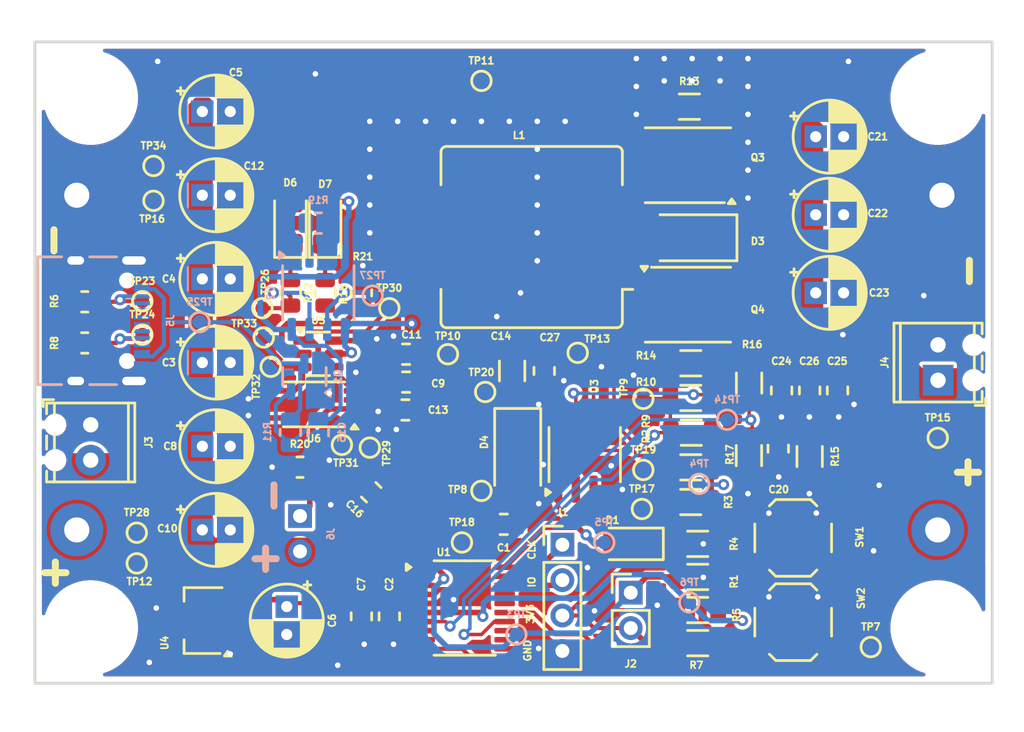
<source format=kicad_pcb>
(kicad_pcb (version 20221018) (generator pcbnew)
  (layers (0 "F.Cu" signal) (31 "B.Cu" signal) (34 "B.Paste" user) (35 "F.Paste" user) (36 "B.SilkS" user "B.Silkscreen") (37 "F.SilkS" user "F.Silkscreen") (38 "B.Mask" user) (39 "F.Mask" user) (44 "Edge.Cuts" user))
  (net 0 "")
  (net 1 "BAT_N")
  (net 2 "Net-(D1-K)")
  (net 3 "Net-(D4-K)")
  (net 4 "FEEDBACK")
  (net 5 "+3V3")
  (net 6 "LED")
  (net 7 "SWDCLK")
  (net 8 "SWDIO")
  (net 9 "ENABLE")
  (net 10 "Net-(Q3-G)")
  (net 11 "Net-(Q4-G)")
  (net 12 "LOW_SIDE_FET")
  (net 13 "HIGH_SIDE_FET")
  (net 14 "GATE_DRIVER_IN")
  (net 15 "BOOST_SWITCH_NODE")
  (net 16 "GATE_DRIVER_SHUTDOWN")
  (net 17 "Net-(U1-PB0{slash}PB1{slash}PB2{slash}PA8)")
  (net 18 "Net-(U1-NRST)")
  (net 19 "OUTPUT_VOLTAGE")
  (net 20 "MODE_SELECT")
  (net 21 "Net-(U1-PA7)")
  (net 31 "VUSB")
  (net 32 "BAT_P")
  (net 33 "Net-(J6-Pin_1)")
  (net 34 "Net-(D6-K)")
  (net 35 "Net-(D7-K)")
  (net 36 "VBUS_RAW")
  (net 37 "CC1")
  (net 39 "CC2")
  (net 41 "Net-(U2-~{CHRG})")
  (net 42 "Net-(U2-~{STDBY})")
  (net 43 "Net-(U2-PROG)")
  (net 44 "Net-(U5-VM)")
  (net 45 "Net-(U5-OD)")
  (net 46 "Net-(TP31-Pad1)")
  (net 47 "Net-(U5-OC)")
  (footprint "Button_Switch_SMD:SW_SPST_TL3342" (layer "F.Cu") (at 139.34 78.575)
    (fp_text reference "SW1")
    (fp_text value "SW_Push" hide)
  )
  (footprint "MountingHole:MountingHole_3.2mm_M3" (layer "F.Cu") (at 89 47)
    (fp_text reference "H1" hide)
    (fp_text value "MountingHole" hide)
  )
  (footprint "Capacitor_THT:CP_Radial_D5.0mm_P2.00mm" (layer "F.Cu") (at 140.955113 55.4)
    (fp_text reference "C22")
    (fp_text value "220uF" hide)
  )
  (footprint "Resistor_SMD:R_1206_3216Metric" (layer "F.Cu") (at 132.5 83.746666 180)
    (fp_text reference "R5")
    (fp_text value "10K" hide)
  )
  (footprint "TestPoint:TestPoint_Pad_D1.0mm" (layer "F.Cu") (at 110.4 62.1)
    (fp_text reference "TP30")
    (fp_text value "TestPoint" hide)
  )
  (footprint "Capacitor_SMD:C_0805_2012Metric" (layer "F.Cu") (at 138.51 68 -90)
    (fp_text reference "C24")
    (fp_text value "10nF" hide)
  )
  (footprint "Resistor_SMD:R_1206_3216Metric" (layer "F.Cu") (at 132 76)
    (fp_text reference "R3")
    (fp_text value "0R" hide)
  )
  (footprint "TestPoint:TestPoint_Pad_D1.0mm" (layer "F.Cu") (at 101.3 62.1)
    (fp_text reference "TP26")
    (fp_text value "TestPoint" hide)
  )
  (footprint "TestPoint:TestPoint_Pad_D1.0mm" (layer "F.Cu") (at 149.7 71.4)
    (fp_text reference "TP15")
    (fp_text value "TestPoint" hide)
  )
  (footprint "Capacitor_SMD:C_0805_2012Metric" (layer "F.Cu") (at 109.1 75.3 135)
    (fp_text reference "C16")
    (fp_text value "100nF" hide)
  )
  (footprint "Package_SO:TSSOP-20_4.4x6.5mm_P0.65mm" (layer "F.Cu") (at 115.8 83.6)
    (fp_text reference "U1")
    (fp_text value "STM32G030F6Px" hide)
  )
  (footprint "TestPoint:TestPoint_Pad_D1.0mm" (layer "F.Cu") (at 93.5 54.4)
    (fp_text reference "TP16")
    (fp_text value "TestPoint" hide)
  )
  (footprint "Capacitor_THT:CP_Radial_D5.0mm_P2.00mm" (layer "F.Cu") (at 97 54)
    (fp_text reference "C12")
    (fp_text value "220uF" hide)
  )
  (footprint "TestPoint:TestPoint_Pad_D1.0mm" (layer "F.Cu") (at 128.6 68.6)
    (fp_text reference "TP9")
    (fp_text value "TestPoint" hide)
  )
  (footprint "MountingHole:MountingHole_2.2mm_M2_DIN965_Pad" (layer "F.Cu") (at 88 78)
    (fp_text reference "H5" hide)
    (fp_text value "MountingHole_Pad" hide)
  )
  (footprint "Resistor_SMD:R_1206_3216Metric" (layer "F.Cu") (at 132 68.5375 180)
    (fp_text reference "R10")
    (fp_text value "0R" hide)
  )
  (footprint "Resistor_SMD:R_0805_2012Metric" (layer "F.Cu") (at 108.4 61 90)
    (fp_text reference "R21")
    (fp_text value "1K" hide)
  )
  (footprint "Capacitor_SMD:C_1206_3216Metric" (layer "F.Cu") (at 119.2 66.6 90)
    (fp_text reference "C14")
    (fp_text value "10nF" hide)
  )
  (footprint "TestPoint:TestPoint_Pad_D1.0mm" (layer "F.Cu") (at 92.7 64)
    (fp_text reference "TP24")
    (fp_text value "TestPoint" hide)
  )
  (footprint "TerminalBlock_Phoenix:TerminalBlock_Phoenix_MPT-0,5-2-2.54_1x02_P2.54mm_Horizontal" (layer "F.Cu") (at 149.72 67.27 90)
    (fp_text reference "J4")
    (fp_text value "battery_connector" hide)
  )
  (footprint "TestPoint:TestPoint_Pad_D1.0mm" (layer "F.Cu") (at 115.6 78.9)
    (fp_text reference "TP18")
    (fp_text value "TestPoint" hide)
  )
  (footprint "Resistor_SMD:R_0805_2012Metric" (layer "F.Cu") (at 105.8 61 -90)
    (fp_text reference "R18")
    (fp_text value "1K" hide)
  )
  (footprint "TerminalBlock_Phoenix:TerminalBlock_Phoenix_MPT-0,5-2-2.54_1x02_P2.54mm_Horizontal" (layer "F.Cu") (at 89 70.46 -90)
    (fp_text reference "J3")
    (fp_text value "battery_connector" hide)
  )
  (footprint "MountingHole:MountingHole_3.2mm_M3" (layer "F.Cu") (at 89 85)
    (fp_text reference "H2" hide)
    (fp_text value "MountingHole" hide)
  )
  (footprint "Diode_SMD:D_SMA" (layer "F.Cu") (at 119.6 72.8 -90)
    (fp_text reference "D4")
    (fp_text value "SS34BF" hide)
  )
  (footprint "Resistor_SMD:R_1206_3216Metric" (layer "F.Cu") (at 132.5 79 180)
    (fp_text reference "R4")
    (fp_text value "220R" hide)
  )
  (footprint "Resistor_SMD:R_1206_3216Metric" (layer "F.Cu") (at 131.9 47.65)
    (fp_text reference "R13")
    (fp_text value "R" hide)
  )
  (footprint "Package_TO_SOT_SMD:TDSON-8-1" (layer "F.Cu") (at 131.8 51.85 180)
    (fp_text reference "Q3")
    (fp_text value "CSD16403Q5A" hide)
  )
  (footprint "Capacitor_THT:CP_Radial_D5.0mm_P2.00mm" (layer "F.Cu") (at 97 60)
    (fp_text reference "C4")
    (fp_text value "220uF" hide)
  )
  (footprint "Package_TO_SOT_SMD:SOT-89-3" (layer "F.Cu") (at 97.05 84.5 180)
    (fp_text reference "U4")
    (fp_text value "HT7333" hide)
  )
  (footprint "Capacitor_SMD:C_0805_2012Metric" (layer "F.Cu") (at 111.6 67.4 180)
    (fp_text reference "C9")
    (fp_text value "10nF" hide)
  )
  (footprint "Resistor_SMD:R_1206_3216Metric" (layer "F.Cu") (at 132 73.5125)
    (fp_text reference "R2")
    (fp_text value "0R" hide)
  )
  (footprint "Resistor_SMD:R_1206_3216Metric" (layer "F.Cu") (at 132.5 81.373333 180)
    (fp_text reference "R1")
    (fp_text value "10K" hide)
  )
  (footprint "Resistor_SMD:R_0805_2012Metric" (layer "F.Cu") (at 103.3125 61 -90)
    (fp_text reference "R12")
    (fp_text value "1K" hide)
  )
  (footprint "Package_SO:TSSOP-8_4.4x3mm_P0.65mm" (layer "F.Cu") (at 105 69 180)
    (fp_text reference "U6")
    (fp_text value "8205A" hide)
  )
  (footprint "Resistor_SMD:R_1206_3216Metric" (layer "F.Cu") (at 132.5 86.12 180)
    (fp_text reference "R7")
    (fp_text value "10K" hide)
  )
  (footprint "TestPoint:TestPoint_Pad_D1.0mm" (layer "F.Cu") (at 107 71.9)
    (fp_text reference "TP31")
    (fp_text value "TestPoint" hide)
  )
  (footprint "TestPoint:TestPoint_Pad_D1.0mm" (layer "F.Cu") (at 128.5 76.5)
    (fp_text reference "TP17")
    (fp_text value "TestPoint" hide)
  )
  (footprint "MountingHole:MountingHole_2.2mm_M2_DIN965_Pad" (layer "F.Cu") (at 149.7 78 180)
    (fp_text reference "H8" hide)
    (fp_text value "MountingHole_Pad" hide)
  )
  (footprint "TestPoint:TestPoint_Pad_D1.0mm" (layer "F.Cu") (at 92.3 80.4)
    (fp_text reference "TP12")
    (fp_text value "TestPoint" hide)
  )
  (footprint "Capacitor_SMD:C_0805_2012Metric" (layer "F.Cu") (at 142.52 68 -90)
    (fp_text reference "C25")
    (fp_text value "10nF" hide)
  )
  (footprint "MountingHole:MountingHole_3.2mm_M3" (layer "F.Cu") (at 149.7 85)
    (fp_text reference "H3" hide)
    (fp_text value "MountingHole" hide)
  )
  (footprint "Resistor_SMD:R_0805_2012Metric" (layer "F.Cu") (at 88.572507 64.593449 180)
    (fp_text reference "R8")
    (fp_text value "5.1K" hide)
  )
  (footprint "Capacitor_THT:CP_Radial_D5.0mm_P2.00mm" (layer "F.Cu") (at 103.05 83.5 -90)
    (fp_text reference "C6")
    (fp_text value "220uF" hide)
  )
  (footprint "Capacitor_SMD:C_0805_2012Metric" (layer "F.Cu") (at 108.4 84.2 -90)
    (fp_text reference "C7")
    (fp_text value "10nF" hide)
  )
  (footprint "Capacitor_THT:CP_Radial_D5.0mm_P2.00mm" (layer "F.Cu") (at 97 72)
    (fp_text reference "C8")
    (fp_text value "220uF" hide)
  )
  (footprint "Resistor_SMD:R_1206_3216Metric" (layer "F.Cu") (at 132 66.05 180)
    (fp_text reference "R14")
    (fp_text value "R" hide)
  )
  (footprint "Resistor_SMD:R_0805_2012Metric" (layer "F.Cu") (at 88.572507 61.643449 180)
    (fp_text reference "R6")
    (fp_text value "5.1K" hide)
  )
  (footprint "Capacitor_SMD:C_0805_2012Metric" (layer "F.Cu") (at 138.27 72.1725 -90)
    (fp_text reference "C20")
    (fp_text value "10nF" hide)
  )
  (footprint "TestPoint:TestPoint_Pad_D1.0mm" (layer "F.Cu") (at 117 75.2)
    (fp_text reference "TP8")
    (fp_text value "TestPoint" hide)
  )
  (footprint "TestPoint:TestPoint_Pad_D1.0mm" (layer "F.Cu") (at 144.9 86.4)
    (fp_text reference "TP7")
    (fp_text value "TestPoint" hide)
  )
  (footprint "TestPoint:TestPoint_Pad_D1.0mm" (layer "F.Cu") (at 117 45.8)
    (fp_text reference "TP11")
    (fp_text value "TestPoint" hide)
  )
  (footprint "Connector_PinHeader_2.54mm:PinHeader_1x02_P2.54mm_Vertical" (layer "F.Cu") (at 127.7 82.5)
    (fp_text reference "J2")
    (fp_text value "enable_signal" hide)
  )
  (footprint "TestPoint:TestPoint_Pad_D1.0mm" (layer "F.Cu") (at 109 72.1)
    (fp_text reference "TP29")
    (fp_text value "TestPoint" hide)
  )
  (footprint "TestPoint:TestPoint_Pad_D1.0mm" (layer "F.Cu") (at 101.9 66.3)
    (fp_text reference "TP32")
    (fp_text value "TestPoint" hide)
  )
  (footprint "TestPoint:TestPoint_Pad_D1.0mm" (layer "F.Cu") (at 117.270756 68.108229)
    (fp_text reference "TP20")
    (fp_text value "TestPoint" hide)
  )
  (footprint "Connector_PinHeader_2.54mm:PinHeader_1x04_P2.54mm_Vertical" (layer "F.Cu") (at 122.8 79.06)
    (fp_text reference "J1")
    (fp_text value "programming_connector" hide)
  )
  (footprint "Capacitor_SMD:C_0805_2012Metric" (layer "F.Cu") (at 140.52 68 -90)
    (fp_text reference "C26")
    (fp_text value "10nF" hide)
  )
  (footprint "Capacitor_SMD:C_0805_2012Metric" (layer "F.Cu") (at 111.6 65.4 180)
    (fp_text reference "C11")
    (fp_text value "10nF" hide)
  )
  (footprint "Capacitor_THT:CP_Radial_D5.0mm_P2.00mm" (layer "F.Cu") (at 140.955113 61)
    (fp_text reference "C23")
    (fp_text value "220uF" hide)
  )
  (footprint "LED_SMD:LED_1206_3216Metric_Pad1.42x1.75mm_HandSolder" (layer "F.Cu") (at 103.3125 56 90)
    (fp_text reference "D6")
    (fp_text value "LED" hide)
  )
  (footprint "Inductor_SMD:L_Bourns_SRR1208_12.7x12.7mm" (layer "F.Cu") (at 120.6 57 180)
    (fp_text reference "L1")
    (fp_text value "10uH" hide)
  )
  (footprint "Resistor_SMD:R_1206_3216Metric" (layer "F.Cu") (at 136.17 72.6725 90)
    (fp_text reference "R17")
    (fp_text value "1K" hide)
  )
  (footprint "Button_Switch_SMD:SW_SPST_TL3342" (layer "F.Cu") (at 139.34 84.615)
    (fp_text reference "SW2")
    (fp_text value "mode_selector_button" hide)
  )
  (footprint "MountingHole:MountingHole_3.2mm_M3" (layer "F.Cu") (at 149.7 47)
    (fp_text reference "H4" hide)
    (fp_text value "MountingHole" hide)
  )
  (footprint "Capacitor_SMD:C_0805_2012Metric" (layer "F.Cu") (at 110.4 84.2 -90)
    (fp_text reference "C2")
    (fp_text value "10nF" hide)
  )
  (footprint "Resistor_SMD:R_1206_3216Metric" (layer "F.Cu") (at 136.18 67.47 90)
    (fp_text reference "R16")
    (fp_text value "10K" hide)
  )
  (footprint "TestPoint:TestPoint_Pad_D1.0mm" (layer "F.Cu") (at 114.6 65.4)
    (fp_text reference "TP10")
    (fp_text value "TestPoint" hide)
  )
  (footprint "Capacitor_THT:CP_Radial_D5.0mm_P2.00mm" (layer "F.Cu") (at 97 66)
    (fp_text reference "C3")
    (fp_text value "220uF" hide)
  )
  (footprint "TestPoint:TestPoint_Pad_D1.0mm" (layer "F.Cu") (at 92.3 78.2)
    (fp_text reference "TP28")
    (fp_text value "TestPoint" hide)
  )
  (footprint "TestPoint:TestPoint_Pad_D1.0mm" (layer "F.Cu") (at 101.4 64.2)
    (fp_text reference "TP33")
    (fp_text value "TestPoint" hide)
  )
  (footprint "Capacitor_THT:CP_Radial_D5.0mm_P2.00mm" (layer "F.Cu") (at 97 78)
    (fp_text reference "C10")
    (fp_text value "220uF" hide)
  )
  (footprint "Resistor_SMD:R_1206_3216Metric" (layer "F.Cu") (at 140.52 72.735 -90)
    (fp_text reference "R15")
    (fp_text value "0R" hide)
  )
  (footprint "LED_SMD:LED_1206_3216Metric" (layer "F.Cu") (at 127.75 79 180)
    (fp_text reference "D1")
    (fp_text value "LED" hide)
  )
  (footprint "Package_SO:SOIC-8_3.9x4.9mm_P1.27mm" (layer "F.Cu") (at 124.4 72.6 90)
    (fp_text reference "U3")
    (fp_text value "IR2104" hide)
  )
  (footprint "MountingHole:MountingHole_2.2mm_M2_DIN965_Pad" (layer "F.Cu") (at 88 54)
    (fp_text reference "H6" hide)
    (fp_text value "MountingHole_Pad" hide)
  )
  (footprint "Package_TO_SOT_SMD:SOT-23-6" (layer "F.Cu") (at 105.3125 65.375)
    (fp_text reference "U5")
    (fp_text value "DW01A" hide)
  )
  (footprint "MountingHole:MountingHole_2.2mm_M2_DIN965_Pad" (layer "F.Cu") (at 150 54 180)
    (fp_text reference "H7" hide)
    (fp_text value "MountingHole_Pad" hide)
  )
  (footprint "TestPoint:TestPoint_Pad_D1.0mm" (layer "F.Cu") (at 123.9 65.3)
    (fp_text reference "TP13")
    (fp_text value "TestPoint" hide)
  )
  (footprint "Package_TO_SOT_SMD:TDSON-8-1" (layer "F.Cu") (at 131.8 61.85)
    (fp_text reference "Q4")
    (fp_text value "CSD16403Q5A" hide)
  )
  (footprint "Capacitor_SMD:C_0805_2012Metric" (layer "F.Cu") (at 111.55 69.4 180)
    (fp_text reference "C13")
    (fp_text value "10nF" hide)
  )
  (footprint "Capacitor_SMD:C_0805_2012Metric" (layer "F.Cu") (at 121.5 66.6 90)
    (fp_text reference "C27")
    (fp_text value "10nF" hide)
  )
  (footprint "Capacitor_THT:CP_Radial_D5.0mm_P2.00mm" (layer "F.Cu") (at 140.955113 49.8)
    (fp_text reference "C21")
    (fp_text value "220uF" hide)
  )
  (footprint "TestPoint:TestPoint_Pad_D1.0mm" (layer "F.Cu") (at 128.6 73.7)
    (fp_text reference "TP19")
    (fp_text value "TestPoint" hide)
  )
  (footprint "TestPoint:TestPoint_Pad_D1.0mm" (layer "F.Cu") (at 92.7 61.6)
    (fp_text reference "TP23")
    (fp_text value "TestPoint" hide)
  )
  (footprint "Resistor_SMD:R_0805_2012Metric" (layer "F.Cu") (at 104 73.5)
    (fp_text reference "R20")
    (fp_text value "0R" hide)
  )
  (footprint "Capacitor_THT:CP_Radial_D5.0mm_P2.00mm" (layer "F.Cu") (at 97 48)
    (fp_text reference "C5")
    (fp_text value "220uF" hide)
  )
  (footprint "TestPoint:TestPoint_Pad_D1.0mm" (layer "F.Cu") (at 93.5 51.9)
    (fp_text reference "TP34")
    (fp_text value "TestPoint" hide)
  )
  (footprint "Capacitor_SMD:C_0805_2012Metric" (layer "F.Cu") (at 118.6 77.6 180)
    (fp_text reference "C1")
    (fp_text value "10nF" hide)
  )
  (footprint "Diode_SMD:D_SMA" (layer "F.Cu") (at 131.8 57.05 180)
    (fp_text reference "D3")
    (fp_text value "SS34BF" hide)
  )
  (footprint "Resistor_SMD:R_1206_3216Metric" (layer "F.Cu") (at 132.0375 71.025 180)
    (fp_text reference "R9")
    (fp_text value "0R" hide)
  )
  (footprint "LED_SMD:LED_1206_3216Metric_Pad1.42x1.75mm_HandSolder" (layer "F.Cu") (at 105.8 56 90)
    (fp_text reference "D7")
    (fp_text value "LED" hide)
  )
  (footprint "Connector_PinHeader_2.54mm:PinHeader_1x02_P2.54mm_Horizontal" (layer "B.Cu") (at 104 77 180)
    (fp_text reference "J6")
    (fp_text value "battery_connector" hide)
  )
  (footprint "Package_TO_SOT_SMD:SOT-23" (layer "B.Cu") (at 104.3125 67 90)
    (fp_text reference "Q1")
    (fp_text value "CJ3401" hide)
  )
  (footprint "Capacitor_SMD:C_0805_2012Metric" (layer "B.Cu") (at 105.3125 71 -90)
    (fp_text reference "C15")
    (fp_text value "22uF" hide)
  )
  (footprint "TestPoint:TestPoint_Pad_D1.0mm" (layer "B.Cu") (at 119.5 85.5 180)
    (fp_text reference "TP3")
    (fp_text value "TestPoint" hide)
  )
  (footprint "Connector_USB:USB_C_Receptacle_XKB_U262-16XN-4BVC11" (layer "B.Cu") (at 89 63 90)
    (fp_text reference "J5")
    (fp_text value "USB_C_Receptacle_USB2.0" hide)
  )
  (footprint "TestPoint:TestPoint_Pad_D1.0mm" (layer "B.Cu") (at 134.6 70.1 180)
    (fp_text reference "TP14")
    (fp_text value "TestPoint" hide)
  )
  (footprint "TestPoint:TestPoint_Pad_D1.0mm" (layer "B.Cu") (at 132.6 74.7 180)
    (fp_text reference "TP4")
    (fp_text value "TestPoint" hide)
  )
  (footprint "Package_SO:SOP-8_3.9x4.9mm_P1.27mm" (layer "B.Cu") (at 105.3125 61 -90)
    (fp_text reference "U2")
    (fp_text value "TP4056" hide)
  )
  (footprint "Resistor_SMD:R_0805_2012Metric" (layer "B.Cu") (at 105.3125 56 180)
    (fp_text reference "R19")
    (fp_text value "1K" hide)
  )
  (footprint "TestPoint:TestPoint_Pad_D1.0mm" (layer "B.Cu") (at 125.8 78.9 180)
    (fp_text reference "TP5")
    (fp_text value "TestPoint" hide)
  )
  (footprint "TestPoint:TestPoint_Pad_D1.0mm" (layer "B.Cu") (at 96.8 63.1 180)
    (fp_text reference "TP25")
    (fp_text value "TestPoint" hide)
  )
  (footprint "Resistor_SMD:R_0805_2012Metric" (layer "B.Cu") (at 103.3125 71 -90)
    (fp_text reference "R11")
    (fp_text value "0R" hide)
  )
  (footprint "TestPoint:TestPoint_Pad_D1.0mm" (layer "B.Cu") (at 131.9 83.2 180)
    (fp_text reference "TP6")
    (fp_text value "TestPoint" hide)
  )
  (footprint "TestPoint:TestPoint_Pad_D1.0mm" (layer "B.Cu") (at 109.2 61.2 180)
    (fp_text reference "TP27")
    (fp_text value "TestPoint" hide)
  )
  (gr_rect (start 85 43) (end 153.6 89) (stroke (width 0.2)) (fill none) (layer "Edge.Cuts"))
  (gr_text "-" (at 101.1 77.1 -90) (layer "B.SilkS") (effects (font (size 2 2) (thickness 0.5) bold) (justify left bottom mirror)))
  (gr_text "+" (at 103.1 81.1) (layer "B.SilkS") (effects (font (size 2 2) (thickness 0.5) bold) (justify left bottom mirror)))
  (gr_text "+" (at 84.9 82.1) (layer "F.SilkS") (effects (font (size 2 2) (thickness 0.5) bold) (justify left bottom)))
  (gr_text "-" (at 153 61 90) (layer "F.SilkS") (effects (font (size 2 2) (thickness 0.5) bold) (justify left bottom)))
  (gr_text "-" (at 87.4 58.8 90) (layer "F.SilkS") (effects (font (size 2 2) (thickness 0.5) bold) (justify left bottom)))
  (gr_text "+" (at 150.3 74.9) (layer "F.SilkS") (effects (font (size 2 2) (thickness 0.5) bold) (justify left bottom)))
  (gr_text "3V3" (at 120.8 84.8 90) (layer "F.SilkS") (effects (font (size 0.5 0.5) (thickness 0.125) bold) (justify left bottom)))
  (gr_text "IO" (at 120.9 82.2 90) (layer "F.SilkS") (effects (font (size 0.5 0.5) (thickness 0.125) bold) (justify left bottom)))
  (gr_text "GND" (at 120.6 87.5 90) (layer "F.SilkS") (effects (font (size 0.5 0.5) (thickness 0.125) bold) (justify left bottom)))
  (gr_text "CLK\n" (at 120.9 80.2 90) (layer "F.SilkS") (effects (font (size 0.5 0.5) (thickness 0.125) bold) (justify left bottom)))
  (via (at 138.3 74.2) (size 0.8) (drill 0.4) (layers "F.Cu" "B.Cu") (net 1))
  (via (at 129.6 83.4) (size 0.8) (drill 0.4) (layers "F.Cu" "B.Cu") (net 1))
  (via (at 121 48.7) (size 0.8) (drill 0.4) (layers "F.Cu" "B.Cu") (net 1))
  (via (at 141.1 82.8) (size 0.8) (drill 0.4) (layers "F.Cu" "B.Cu") (net 1))
  (via (at 93.2 87.5) (size 0.8) (drill 0.4) (layers "F.Cu" "B.Cu") (net 1))
  (via (at 143.3 44.4) (size 0.8) (drill 0.4) (layers "F.Cu" "B.Cu") (net 1))
  (via (at 132.9 81.4) (size 0.8) (drill 0.4) (layers "F.Cu" "B.Cu") (net 1))
  (via (at 121 58.7) (size 0.8) (drill 0.4) (layers "F.Cu" "B.Cu") (net 1))
  (via (at 134.1 45.8) (size 0.8) (drill 0.4) (layers "F.Cu" "B.Cu") (net 1))
  (via (at 128.1 46.2) (size 0.8) (drill 0.4) (layers "F.Cu" "B.Cu") (net 1))
  (via (at 136.1 54.2) (size 0.8) (drill 0.4) (layers "F.Cu" "B.Cu") (net 1))
  (via (at 121 50.7) (size 0.8) (drill 0.4) (layers "F.Cu" "B.Cu") (net 1))
  (via (at 140.998074 76.792689) (size 0.8) (drill 0.4) (layers "F.Cu" "B.Cu") (net 1))
  (via (at 115 48.7) (size 0.8) (drill 0.4) (layers "F.Cu" "B.Cu") (net 1))
  (via (at 110.7 64.1) (size 0.8) (drill 0.4) (layers "F.Cu" "B.Cu") (net 1))
  (via (at 108.5 59.05) (size 0.8) (drill 0.4) (layers "F.Cu" "B.Cu") (net 1))
  (via (at 132.9 79) (size 0.8) (drill 0.4) (layers "F.Cu" "B.Cu") (net 1))
  (via (at 128.1 44.2) (size 0.8) (drill 0.4) (layers "F.Cu" "B.Cu") (net 1))
  (via (at 113 48.7) (size 0.8) (drill 0.4) (layers "F.Cu" "B.Cu") (net 1))
  (via (at 102 73.5) (size 0.8) (drill 0.4) (layers "F.Cu" "B.Cu") (net 1))
  (via (at 145.1 79.5) (size 0.8) (drill 0.4) (layers "F.Cu" "B.Cu") (net 1))
  (via (at 108.6 86.2) (size 0.8) (drill 0.4) (layers "F.Cu" "B.Cu") (net 1))
  (via (at 100.3 69.8) (size 0.8) (drill 0.4) (layers "F.Cu" "B.Cu") (net 1))
  (via (at 134.1 44.2) (size 0.8) (drill 0.4) (layers "F.Cu" "B.Cu") (net 1))
  (via (at 126.3 73.4) (size 0.8) (drill 0.4) (layers "F.Cu" "B.Cu") (net 1))
  (via (at 106.2 76.2) (size 0.8) (drill 0.4) (layers "F.Cu" "B.Cu") (net 1))
  (via (at 130.1 44.2) (size 0.8) (drill 0.4) (layers "F.Cu" "B.Cu") (net 1))
  (via (at 109 48.7) (size 0.8) (drill 0.4) (layers "F.Cu" "B.Cu") (net 1))
  (via (at 145.5 74.8) (size 0.8) (drill 0.4) (layers "F.Cu" "B.Cu") (net 1))
  (via (at 109.6 69.5) (size 0.8) (drill 0.4) (layers "F.Cu" "B.Cu") (net 1))
  (via (at 93.8 44.4) (size 0.8) (drill 0.4) (layers "F.Cu" "B.Cu") (net 1))
  (via (at 123 48.7) (size 0.8) (drill 0.4) (layers "F.Cu" "B.Cu") (net 1))
  (via (at 110.7 86.2) (size 0.8) (drill 0.4) (layers "F.Cu" "B.Cu") (net 1))
  (via (at 121 54.7) (size 0.8) (drill 0.4) (layers "F.Cu" "B.Cu") (net 1))
  (via (at 126.5 86.2) (size 0.8) (drill 0.4) (layers "F.Cu" "B.Cu") (net 1))
  (via (at 125.6 66.3) (size 0.8) (drill 0.4) (layers "F.Cu" "B.Cu") (net 1))
  (via (at 122.9 67.3) (size 0.8) (drill 0.4) (layers "F.Cu" "B.Cu") (net 1))
  (via (at 119.8 61) (size 0.8) (drill 0.4) (layers "F.Cu" "B.Cu") (net 1))
  (via (at 121 52.7) (size 0.8) (drill 0.4) (layers "F.Cu" "B.Cu") (net 1))
  (via (at 100.3 68.6) (size 0.8) (drill 0.4) (layers "F.Cu" "B.Cu") (net 1))
  (via (at 132.1 45.8) (size 0.8) (drill 0.4) (layers "F.Cu" "B.Cu") (net 1))
  (via (at 108 66.7) (size 0.8) (drill 0.4) (layers "F.Cu" "B.Cu") (net 1))
  (via (at 121.434484 73.313837) (size 0.8) (drill 0.4) (layers "F.Cu" "B.Cu") (net 1))
  (via (at 117 48.7) (size 0.8) (drill 0.4) (layers "F.Cu" "B.Cu") (net 1))
  (via (at 115 83) (size 0.8) (drill 0.4) (layers "F.Cu" "B.Cu") (net 1))
  (via (at 124.6 80.7) (size 0.8) (drill 0.4) (layers "F.Cu" "B.Cu") (net 1))
  (via (at 109 54.7) (size 0.8) (drill 0.4) (layers "F.Cu" "B.Cu") (net 1))
  (via (at 132.1 44.2) (size 0.8) (drill 0.4) (layers "F.Cu" "B.Cu") (net 1))
  (via (at 106.1 68.2) (size 0.8) (drill 0.4) (layers "F.Cu" "B.Cu") (net 1))
  (via (at 136.1 52.2) (size 0.8) (drill 0.4) (layers "F.Cu" "B.Cu") (net 1))
  (via (at 136.1 50.2) (size 0.8) (drill 0.4) (layers "F.Cu" "B.Cu") (net 1))
  (via (at 121.1 86.5) (size 0.8) (drill 0.4) (layers "F.Cu" "B.Cu") (net 1))
  (via (at 148.7 61.2) (size 0.8) (drill 0.4) (layers "F.Cu" "B.Cu") (net 1))
  (via (at 136.1 75.4) (size 0.8) (drill 0.4) (layers "F.Cu" "B.Cu") (net 1))
  (via (at 137.6 76.8) (size 0.8) (drill 0.4) (layers "F.Cu" "B.Cu") (net 1))
  (via (at 99 86.9) (size 0.8) (drill 0.4) (layers "F.Cu" "B.Cu") (net 1))
  (via (at 142.6 69.9) (size 0.8) (drill 0.4) (layers "F.Cu" "B.Cu") (net 1))
  (via (at 142.9 64) (size 0.8) (drill 0.4) (layers "F.Cu" "B.Cu") (net 1))
  (via (at 105.1 45.3) (size 0.8) (drill 0.4) (layers "F.Cu" "B.Cu") (net 1))
  (via (at 106.1 73) (size 0.8) (drill 0.4) (layers "F.Cu" "B.Cu") (net 1))
  (via (at 136.1 44.2) (size 0.8) (drill 0.4) (layers "F.Cu" "B.Cu") (net 1))
  (via (at 138.5 69.9) (size 0.8) (drill 0.4) (layers "F.Cu" "B.Cu") (net 1))
  (via (at 118.1 62.7) (size 0.8) (drill 0.4) (layers "F.Cu" "B.Cu") (net 1))
  (via (at 121.108108 76.1168) (size 0.8) (drill 0.4) (layers "F.Cu" "B.Cu") (net 1))
  (via (at 109.6 70.8) (size 0.8) (drill 0.4) (layers "F.Cu" "B.Cu") (net 1))
  (via (at 109.5 64.3) (size 0.8) (drill 0.4) (layers "F.Cu" "B.Cu") (net 1))
  (via (at 140.5 69.9) (size 0.8) (drill 0.4) (layers "F.Cu" "B.Cu") (net 1))
  (via (at 127.9 66.9) (size 0.8) (drill 0.4) (layers "F.Cu" "B.Cu") (net 1))
  (via (at 136.1 46.2) (size 0.8) (drill 0.4) (layers "F.Cu" "B.Cu") (net 1))
  (via (at 109 52.7) (size 0.8) (drill 0.4) (layers "F.Cu" "B.Cu") (net 1))
  (via (at 136.1 48.2) (size 0.8) (drill 0.4) (layers "F.Cu" "B.Cu") (net 1))
  (via (at 109 50.7) (size 0.8) (drill 0.4) (layers "F.Cu" "B.Cu") (net 1))
  (via (at 128.1 48.2) (size 0.8) (drill 0.4) (layers "F.Cu" "B.Cu") (net 1))
  (via (at 119 48.7) (size 0.8) (drill 0.4) (layers "F.Cu" "B.Cu") (net 1))
  (via (at 130.1 45.8) (size 0.8) (drill 0.4) (layers "F.Cu" "B.Cu") (net 1))
  (via (at 93.7 83.6) (size 0.8) (drill 0.4) (layers "F.Cu" "B.Cu") (net 1))
  (via (at 110.9 70.8) (size 0.8) (drill 0.4) (layers "F.Cu" "B.Cu") (net 1))
  (via (at 121 56.7) (size 0.8) (drill 0.4) (layers "F.Cu" "B.Cu") (net 1))
  (via (at 127.1 75.1) (size 0.8) (drill 0.4) (layers "F.Cu" "B.Cu") (net 1))
  (via (at 137.6 82.8) (size 0.8) (drill 0.4) (layers "F.Cu" "B.Cu") (net 1))
  (via (at 140.5 75.4) (size 0.8) (drill 0.4) (layers "F.Cu" "B.Cu") (net 1))
  (via (at 121.1 69) (size 0.8) (drill 0.4) (layers "F.Cu" "B.Cu") (net 1))
  (via (at 109 56.7) (size 0.8) (drill 0.4) (layers "F.Cu" "B.Cu") (net 1))
  (via (at 143.7 69) (size 0.8) (drill 0.4) (layers "F.Cu" "B.Cu") (net 1))
  (via (at 106.7 87.7) (size 0.8) (drill 0.4) (layers "F.Cu" "B.Cu") (net 1))
  (via (at 111 48.7) (size 0.8) (drill 0.4) (layers "F.Cu" "B.Cu") (net 1))
  (via (at 125.1 83.8) (size 0.8) (drill 0.4) (layers "F.Cu" "B.Cu") (net 1))
  (segment (start 129.15 79) (end 131.0375 79) (width 0.4) (layer "F.Cu") (net 2))
  (segment (start 122.495 70.125) (end 121.82 70.8) (width 0.25) (layer "F.Cu") (net 3))
  (segment (start 119.166771 68.108229) (end 119.2 68.075) (width 0.3) (layer "F.Cu") (net 3))
  (segment (start 121.5 67.55) (end 122.495 68.545) (width 0.25) (layer "F.Cu") (net 3))
  (segment (start 121.5 67.55) (end 119.725 67.55) (width 0.25) (layer "F.Cu") (net 3))
  (segment (start 122.495 68.545) (end 122.495 70.125) (width 0.25) (layer "F.Cu") (net 3))
  (segment (start 117.270756 68.108229) (end 119.166771 68.108229) (width 0.3) (layer "F.Cu") (net 3))
  (segment (start 119.2 70.4) (end 119.6 70.8) (width 0.25) (layer "F.Cu") (net 3))
  (segment (start 119.725 67.55) (end 119.2 68.075) (width 0.25) (layer "F.Cu") (net 3))
  (segment (start 119.2 68.075) (end 119.2 70.4) (width 0.25) (layer "F.Cu") (net 3))
  (segment (start 121.82 70.8) (end 119.6 70.8) (width 0.25) (layer "F.Cu") (net 3))
  (segment (start 114.75 84.9) (end 114.425 84.575) (width 0.25) (layer "F.Cu") (net 4))
  (segment (start 114.425 84.575) (end 112.9375 84.575) (width 0.25) (layer "F.Cu") (net 4))
  (segment (start 136.18 69.88) (end 136.4 70.1) (width 0.25) (layer "F.Cu") (net 4))
  (segment (start 136.4 70.1) (end 136.4 70.98) (width 0.25) (layer "F.Cu") (net 4))
  (segment (start 136.18 68.9325) (end 136.18 69.88) (width 0.25) (layer "F.Cu") (net 4))
  (segment (start 136.2325 71.2725) (end 136.17 71.21) (width 0.25) (layer "F.Cu") (net 4))
  (segment (start 136.4 70.98) (end 136.17 71.21) (width 0.25) (layer "F.Cu") (net 4))
  (segment (start 140.52 71.2725) (end 136.2325 71.2725) (width 0.25) (layer "F.Cu") (net 4))
  (via (at 114.75 84.9) (size 0.8) (drill 0.4) (layers "F.Cu" "B.Cu") (net 4))
  (via (at 136.3 70.1) (size 0.8) (drill 0.4) (layers "F.Cu" "B.Cu") (net 4))
  (segment (start 115.725 83.975) (end 115.725 82.949695) (width 0.25) (layer "B.Cu") (net 4))
  (segment (start 136.3 70.1) (end 136.4 70.1) (width 0.25) (layer "B.Cu") (net 4))
  (segment (start 114.8 84.9) (end 115.725 83.975) (width 0.25) (layer "B.Cu") (net 4))
  (segment (start 115.725 82.949695) (end 128.574695 70.1) (width 0.25) (layer "B.Cu") (net 4))
  (segment (start 114.75 84.9) (end 114.8 84.9) (width 0.25) (layer "B.Cu") (net 4))
  (segment (start 128.574695 70.1) (end 136.3 70.1) (width 0.25) (layer "B.Cu") (net 4))
  (segment (start 128.78 86.12) (end 127.7 85.04) (width 0.4) (layer "F.Cu") (net 5))
  (segment (start 99 83) (end 102.55 83) (width 0.4) (layer "F.Cu") (net 5))
  (segment (start 111.025 82.625) (end 110.4 83.25) (width 0.3) (layer "F.Cu") (net 5))
  (segment (start 119.6 74.8) (end 122.22 74.8) (width 0.3) (layer "F.Cu") (net 5))
  (segment (start 102.55 83) (end 103.05 83.5) (width 0.4) (layer "F.Cu") (net 5))
  (segment (start 115.42 80.53) (end 115.42 81.48) (width 0.3) (layer "F.Cu") (net 5))
  (segment (start 131.0375 83.746666) (end 131.0375 86.12) (width 0.4) (layer "F.Cu") (net 5))
  (segment (start 117.4 74.8) (end 117 75.2) (width 0.3) (layer "F.Cu") (net 5))
  (segment (start 103.3 83.25) (end 103.05 83.5) (width 0.3) (layer "F.Cu") (net 5))
  (segment (start 113.664168 82.625) (end 112.9375 82.625) (width 0.3) (layer "F.Cu") (net 5))
  (segment (start 122.495 76.362986) (end 122.495 75.075) (width 0.3) (layer "F.Cu") (net 5))
  (segment (start 119.6 74.8) (end 117.4 74.8) (width 0.3) (layer "F.Cu") (net 5))
  (segment (start 115.6 78.9) (end 116.325 79.625) (width 0.3) (layer "F.Cu") (net 5))
  (segment (start 117.05 78.9) (end 116.325 79.625) (width 0.3) (layer "F.Cu") (net 5))
  (segment (start 122.8 84.14) (end 123.065456 84.14) (width 0.3) (layer "F.Cu") (net 5))
  (segment (start 127.325 78.025) (end 126.375 77.075) (width 0.3) (layer "F.Cu") (net 5))
  (segment (start 127.325 79.880456) (end 127.325 78.025) (width 0.3) (layer "F.Cu") (net 5))
  (segment (start 119.4 77.6) (end 118.1 78.9) (width 0.3) (layer "F.Cu") (net 5))
  (segment (start 123.065456 84.14) (end 127.325 79.880456) (width 0.3) (layer "F.Cu") (net 5))
  (segment (start 125.06637 85.04) (end 124.16637 84.14) (width 0.3) (layer "F.Cu") (net 5))
  (segment (start 127.7 85.04) (end 125.06637 85.04) (width 0.3) (layer "F.Cu") (net 5))
  (segment (start 114.65 82.25) (end 114.039168 82.25) (width 0.3) (layer "F.Cu") (net 5))
  (segment (start 116.325 79.625) (end 115.42 80.53) (width 0.3) (layer "F.Cu") (net 5))
  (segment (start 119.6 74.8) (end 119.6 77.55) (width 0.3) (layer "F.Cu") (net 5))
  (segment (start 118.1 78.9) (end 117.05 78.9) (width 0.3) (layer "F.Cu") (net 5))
  (segment (start 112.9375 82.625) (end 111.025 82.625) (width 0.3) (layer "F.Cu") (net 5))
  (segment (start 114.039168 82.25) (end 113.664168 82.625) (width 0.3) (layer "F.Cu") (net 5))
  (segment (start 119.6 77.55) (end 119.55 77.6) (width 0.3) (layer "F.Cu") (net 5))
  (segment (start 119.55 77.6) (end 119.4 77.6) (width 0.3) (layer "F.Cu") (net 5))
  (segment (start 115.42 81.48) (end 114.65 82.25) (width 0.3) (layer "F.Cu") (net 5))
  (segment (start 126.375 77.075) (end 123.207014 77.075) (width 0.3) (layer "F.Cu") (net 5))
  (segment (start 124.16637 84.14) (end 122.8 84.14) (width 0.3) (layer "F.Cu") (net 5))
  (segment (start 131.0375 86.12) (end 128.78 86.12) (width 0.4) (layer "F.Cu") (net 5))
  (segment (start 110.4 83.25) (end 103.3 83.25) (width 0.3) (layer "F.Cu") (net 5))
  (segment (start 123.207014 77.075) (end 122.495 76.362986) (width 0.3) (layer "F.Cu") (net 5))
  (segment (start 122.22 74.8) (end 122.495 75.075) (width 0.3) (layer "F.Cu") (net 5))
  (segment (start 124.5 78.4) (end 125 78.9) (width 0.4) (layer "F.Cu") (net 6))
  (segment (start 123.91 77.81) (end 124.45 78.35) (width 0.4) (layer "F.Cu") (net 6))
  (segment (start 118.6625 80.675) (end 121.5275 77.81) (width 0.4) (layer "F.Cu") (net 6))
  (segment (start 124.5 78.35) (end 124.5 78.4) (width 0.4) (layer "F.Cu") (net 6))
  (segment (start 121.5275 77.81) (end 123.91 77.81) (width 0.4) (layer "F.Cu") (net 6))
  (segment (start 125.1 79) (end 126.35 79) (width 0.4) (layer "F.Cu") (net 6))
  (segment (start 125 78.9) (end 125.1 79) (width 0.4) (layer "F.Cu") (net 6))
  (segment (start 124.45 78.35) (end 124.5 78.35) (width 0.4) (layer "F.Cu") (net 6))
  (via (at 124.5 78.35) (size 0.8) (drill 0.4) (layers "F.Cu" "B.Cu") (net 6))
  (segment (start 124.5 78.35) (end 125.05 78.9) (width 0.4) (layer "B.Cu") (net 6))
  (segment (start 125.05 78.9) (end 125.8 78.9) (width 0.4) (layer "B.Cu") (net 6))
  (segment (start 120.535 81.325) (end 118.6625 81.325) (width 0.4) (layer "F.Cu") (net 7))
  (segment (start 122.8 79.06) (end 120.535 81.325) (width 0.4) (layer "F.Cu") (net 7))
  (segment (start 122.425 81.975) (end 118.6625 81.975) (width 0.4) (layer "F.Cu") (net 8))
  (segment (start 122.8 81.6) (end 122.425 81.975) (width 0.4) (layer "F.Cu") (net 8))
  (segment (start 113.734878 80.675) (end 112.9375 80.675) (width 0.4) (layer "F.Cu") (net 9))
  (segment (start 131.0375 81.373333) (end 128.826667 81.373333) (width 0.4) (layer "F.Cu") (net 9))
  (segment (start 114.3 81.240122) (end 113.734878 80.675) (width 0.4) (layer "F.Cu") (net 9))
  (segment (start 114.3 81.5) (end 114.3 81.240122) (width 0.4) (layer "F.Cu") (net 9))
  (segment (start 128.826667 81.373333) (end 127.7 82.5) (width 0.4) (layer "F.Cu") (net 9))
  (via (at 114.3 81.5) (size 0.8) (drill 0.4) (layers "F.Cu" "B.Cu") (net 9))
  (segment (start 113.6 85.45) (end 113.6 82.2) (width 0.4) (layer "B.Cu") (net 9))
  (segment (start 118.6 86.4) (end 114.55 86.4) (width 0.4) (layer "B.Cu") (net 9))
  (segment (start 113.6 82.2) (end 114.3 81.5) (width 0.4) (layer "B.Cu") (net 9))
  (segment (start 119.6 85.4) (end 118.6 86.4) (width 0.4) (layer "B.Cu") (net 9))
  (segment (start 127.7 82.5) (end 124.8 85.4) (width 0.4) (layer "B.Cu") (net 9))
  (segment (start 124.8 85.4) (end 119.6 85.4) (width 0.4) (layer "B.Cu") (net 9))
  (segment (start 114.55 86.4) (end 113.6 85.45) (width 0.4) (layer "B.Cu") (net 9))
  (segment (start 133.75625 47.65) (end 133.3625 47.65) (width 0.4) (layer "F.Cu") (net 10))
  (segment (start 134.7 48.59375) (end 133.75625 47.65) (width 0.4) (layer "F.Cu") (net 10))
  (segment (start 134.7 49.945) (end 134.7 48.59375) (width 0.4) (layer "F.Cu") (net 10))
  (segment (start 128.9 63.755) (end 130.5375 65.3925) (width 0.25) (layer "F.Cu") (net 11))
  (segment (start 130.5375 65.3925) (end 130.5375 66.05) (width 0.25) (layer "F.Cu") (net 11))
  (segment (start 131.0076 72.225) (end 128.405 72.225) (width 0.25) (layer "F.Cu") (net 12))
  (segment (start 126.5 69.93) (end 126.5 64.7) (width 0.25) (layer "F.Cu") (net 12))
  (segment (start 132.225 55.505) (end 133.35 54.38) (width 0.25) (layer "F.Cu") (net 12))
  (segment (start 130.25 62.2) (end 130.25 59.32) (width 0.25) (layer "F.Cu") (net 12))
  (segment (start 126.5 64.7) (end 128.02 63.18) (width 0.25) (layer "F.Cu") (net 12))
  (segment (start 130.5375 76) (end 131.425 75.1125) (width 0.25) (layer "F.Cu") (net 12))
  (segment (start 131.425 72.6424) (end 131.0076 72.225) (width 0.25) (layer "F.Cu") (net 12))
  (segment (start 128.405 72.225) (end 126.305 70.125) (width 0.25) (layer "F.Cu") (net 12))
  (segment (start 129.27 63.18) (end 130.25 62.2) (width 0.25) (layer "F.Cu") (net 12))
  (segment (start 130.25 59.32) (end 132.225 57.345) (width 0.25) (layer "F.Cu") (net 12))
  (segment (start 126.305 70.125) (end 126.5 69.93) (width 0.25) (layer "F.Cu") (net 12))
  (segment (start 128.02 63.18) (end 129.27 63.18) (width 0.25) (layer "F.Cu") (net 12))
  (segment (start 131.425 75.1125) (end 131.425 72.6424) (width 0.25) (layer "F.Cu") (net 12))
  (segment (start 131.6049 47.65) (end 130.4375 47.65) (width 0.25) (layer "F.Cu") (net 12))
  (segment (start 132.225 57.345) (end 132.225 55.505) (width 0.25) (layer "F.Cu") (net 12))
  (segment (start 133.35 49.3951) (end 131.6049 47.65) (width 0.25) (layer "F.Cu") (net 12))
  (segment (start 133.35 54.38) (end 133.35 49.3951) (width 0.25) (layer "F.Cu") (net 12))
  (segment (start 123.765 70.125) (end 123.765 68.365) (width 0.25) (layer "F.Cu") (net 13))
  (segment (start 133.4625 66.05) (end 133.4625 68.5375) (width 0.25) (layer "F.Cu") (net 13))
  (segment (start 132.2 68.3) (end 133.225 68.3) (width 0.25) (layer "F.Cu") (net 13))
  (segment (start 123.765 68.365) (end 123.6 68.2) (width 0.25) (layer "F.Cu") (net 13))
  (segment (start 133.225 68.3) (end 133.4625 68.5375) (width 0.25) (layer "F.Cu") (net 13))
  (via (at 123.6 68.2) (size 0.8) (drill 0.4) (layers "F.Cu" "B.Cu") (net 13))
  (via (at 132.2 68.3) (size 0.8) (drill 0.4) (layers "F.Cu" "B.Cu") (net 13))
  (segment (start 132.1 68.2) (end 132.2 68.3) (width 0.25) (layer "B.Cu") (net 13))
  (segment (start 123.6 68.2) (end 132.1 68.2) (width 0.25) (layer "B.Cu") (net 13))
  (segment (start 130.35 73.7) (end 130.5375 73.5125) (width 0.3) (layer "F.Cu") (net 14))
  (segment (start 127.843604 72.3) (end 125.1 72.3) (width 0.25) (layer "F.Cu") (net 14))
  (segment (start 125.1 72.3) (end 123.765 73.635) (width 0.25) (layer "F.Cu") (net 14))
  (segment (start 128.218604 72.675) (end 127.843604 72.3) (width 0.25) (layer "F.Cu") (net 14))
  (segment (start 129.7 72.675) (end 128.218604 72.675) (width 0.25) (layer "F.Cu") (net 14))
  (segment (start 130.5375 73.5125) (end 129.7 72.675) (width 0.25) (layer "F.Cu") (net 14))
  (segment (start 123.765 73.635) (end 123.765 75.075) (width 0.25) (layer "F.Cu") (net 14))
  (segment (start 128.6 73.7) (end 130.35 73.7) (width 0.3) (layer "F.Cu") (net 14))
  (segment (start 125.035 67.035) (end 123.65 65.65) (width 0.25) (layer "F.Cu") (net 15))
  (segment (start 123.65 65.65) (end 121.5 65.65) (width 0.25) (layer "F.Cu") (net 15))
  (segment (start 125.035 70.125) (end 125.035 67.035) (width 0.25) (layer "F.Cu") (net 15))
  (segment (start 133.5 71.025) (end 131.875 72.65) (width 0.25) (layer "F.Cu") (net 16))
  (segment (start 129.3799 76.6) (end 125.4 76.6) (width 0.25) (layer "F.Cu") (net 16))
  (segment (start 131.875 76.4201) (end 131.0951 77.2) (width 0.25) (layer "F.Cu") (net 16))
  (segment (start 129.9799 77.2) (end 129.3799 76.6) (width 0.25) (layer "F.Cu") (net 16))
  (segment (start 125.4 76.6) (end 125.035 76.235) (width 0.25) (layer "F.Cu") (net 16))
  (segment (start 131.875 72.65) (end 131.875 76.4201) (width 0.25) (layer "F.Cu") (net 16))
  (segment (start 131.0951 77.2) (end 129.9799 77.2) (width 0.25) (layer "F.Cu") (net 16))
  (segment (start 125.035 76.235) (end 125.035 75.075) (width 0.25) (layer "F.Cu") (net 16))
  (segment (start 134.35 74.75) (end 133.5125 74.75) (width 0.3) (layer "F.Cu") (net 17))
  (segment (start 120.747943 83.925) (end 122.302943 85.48) (width 0.3) (layer "F.Cu") (net 17))
  (segment (start 124.28 85.48) (end 126.145 87.345) (width 0.3) (layer "F.Cu") (net 17))
  (segment (start 131.655 87.345) (end 132.15 86.85) (width 0.3) (layer "F.Cu") (net 17))
  (segment (start 118.6625 83.925) (end 120.747943 83.925) (width 0.3) (layer "F.Cu") (net 17))
  (segment (start 132.15 77.3125) (end 133.4625 76) (width 0.3) (layer "F.Cu") (net 17))
  (segment (start 133.4625 73.5125) (end 133.4625 74.8) (width 0.4) (layer "F.Cu") (net 17))
  (segment (start 133.4625 74.8) (end 133.4625 76) (width 0.4) (layer "F.Cu") (net 17))
  (segment (start 133.5125 74.75) (end 133.4625 74.8) (width 0.3) (layer "F.Cu") (net 17))
  (segment (start 122.302943 85.48) (end 124.28 85.48) (width 0.3) (layer "F.Cu") (net 17))
  (segment (start 126.145 87.345) (end 131.655 87.345) (width 0.3) (layer "F.Cu") (net 17))
  (segment (start 132.15 86.85) (end 132.15 77.3125) (width 0.3) (layer "F.Cu") (net 17))
  (via (at 134.35 74.75) (size 0.8) (drill 0.4) (layers "F.Cu" "B.Cu") (net 17))
  (segment (start 132.65 74.75) (end 132.6 74.7) (width 0.3) (layer "B.Cu") (net 17))
  (segment (start 134.25 74.75) (end 134.35 74.75) (width 0.3) (layer "B.Cu") (net 17))
  (segment (start 134.35 74.75) (end 132.65 74.75) (width 0.3) (layer "B.Cu") (net 17))
  (segment (start 135.6 84.5) (end 135.7 84.5) (width 0.4) (layer "F.Cu") (net 18))
  (segment (start 134.925 82.784166) (end 134.925 81.74) (width 0.4) (layer "F.Cu") (net 18))
  (segment (start 117.1 84.2) (end 117.1 84.15) (width 0.4) (layer "F.Cu") (net 18))
  (segment (start 134.925 81.74) (end 136.19 80.475) (width 0.4) (layer "F.Cu") (net 18))
  (segment (start 117.15 84.2) (end 117.15 84.2) (width 0.4) (layer "F.Cu") (net 18))
  (segment (start 116.875 83.925) (end 112.9375 83.925) (width 0.4) (layer "F.Cu") (net 18))
  (segment (start 135.7 84.6) (end 134.846666 83.746666) (width 0.4) (layer "F.Cu") (net 18))
  (segment (start 135.7 84.5) (end 135.7 84.6) (width 0.4) (layer "F.Cu") (net 18))
  (segment (start 135.6 84.5) (end 135.6 84.5) (width 0.4) (layer "F.Cu") (net 18))
  (segment (start 136.19 80.475) (end 142.49 80.475) (width 0.4) (layer "F.Cu") (net 18))
  (segment (start 117.15 84.2) (end 117.1 84.2) (width 0.4) (layer "F.Cu") (net 18))
  (segment (start 117.1 84.15) (end 116.875 83.925) (width 0.4) (layer "F.Cu") (net 18))
  (segment (start 133.9625 83.746666) (end 134.925 82.784166) (width 0.4) (layer "F.Cu") (net 18))
  (segment (start 134.846666 83.746666) (end 133.9625 83.746666) (width 0.4) (layer "F.Cu") (net 18))
  (via (at 117.1 84.2) (size 0.8) (drill 0.4) (layers "F.Cu" "B.Cu") (net 18))
  (via (at 135.7 84.5) (size 0.8) (drill 0.4) (layers "F.Cu" "B.Cu") (net 18))
  (segment (start 117.51 82.89) (end 124.81 82.89) (width 0.4) (layer "B.Cu") (net 18))
  (segment (start 126.5 81.2) (end 129.9 81.2) (width 0.4) (layer "B.Cu") (net 18))
  (segment (start 124.81 82.89) (end 126.5 81.2) (width 0.4) (layer "B.Cu") (net 18))
  (segment (start 129.9 81.2) (end 133.2 84.5) (width 0.4) (layer "B.Cu") (net 18))
  (segment (start 133.2 84.5) (end 135.7 84.5) (width 0.4) (layer "B.Cu") (net 18))
  (segment (start 117.15 84.2) (end 117.15 83.25) (width 0.4) (layer "B.Cu") (net 18))
  (segment (start 117.15 83.25) (end 117.51 82.89) (width 0.4) (layer "B.Cu") (net 18))
  (segment (start 132.2025 87.88) (end 133.9625 86.12) (width 0.3) (layer "F.Cu") (net 20))
  (segment (start 144.785 86.515) (end 144.9 86.4) (width 0.3) (layer "F.Cu") (net 20))
  (segment (start 133.9625 86.12) (end 135.795 86.12) (width 0.4) (layer "F.Cu") (net 20))
  (segment (start 112.9375 86.525) (end 115.625 86.525) (width 0.3) (layer "F.Cu") (net 20))
  (segment (start 142.49 86.515) (end 144.785 86.515) (width 0.3) (layer "F.Cu") (net 20))
  (segment (start 135.795 86.12) (end 136.19 86.515) (width 0.4) (layer "F.Cu") (net 20))
  (segment (start 115.625 86.525) (end 116.98 87.88) (width 0.3) (layer "F.Cu") (net 20))
  (segment (start 142.49 86.515) (end 136.19 86.515) (width 0.3) (layer "F.Cu") (net 20))
  (segment (start 116.98 87.88) (end 132.2025 87.88) (width 0.3) (layer "F.Cu") (net 20))
  (segment (start 130.5375 68.5375) (end 130.5375 70.9875) (width 0.25) (layer "F.Cu") (net 21))
  (segment (start 130.5375 70.9875) (end 130.575 71.025) (width 0.25) (layer "F.Cu") (net 21))
  (segment (start 130.475 68.6) (end 130.5375 68.5375) (width 0.3) (layer "F.Cu") (net 21))
  (segment (start 128.6 68.6) (end 130.475 68.6) (width 0.3) (layer "F.Cu") (net 21))
  (segment (start 130.575 71.025) (end 129.575 71.025) (width 0.25) (layer "F.Cu") (net 21))
  (segment (start 115.75 85.5) (end 117.000001 85.5) (width 0.25) (layer "F.Cu") (net 21))
  (segment (start 117.925001 84.575) (end 118.6625 84.575) (width 0.25) (layer "F.Cu") (net 21))
  (segment (start 129.575 71.025) (end 129.4 71.2) (width 0.25) (layer "F.Cu") (net 21))
  (segment (start 117.000001 85.5) (end 117.925001 84.575) (width 0.25) (layer "F.Cu") (net 21))
  (via (at 115.75 85.5) (size 0.8) (drill 0.4) (layers "F.Cu" "B.Cu") (net 21))
  (via (at 129.4 71.2) (size 0.8) (drill 0.4) (layers "F.Cu" "B.Cu") (net 21))
  (segment (start 115.75 85.5) (end 116.175 85.075) (width 0.25) (layer "B.Cu") (net 21))
  (segment (start 129.4 71.325305) (end 129.4 71.2) (width 0.25) (layer "B.Cu") (net 21))
  (segment (start 126.325305 74.4) (end 129.4 71.325305) (width 0.25) (layer "B.Cu") (net 21))
  (segment (start 124.911091 74.4) (end 126.325305 74.4) (width 0.25) (layer "B.Cu") (net 21))
  (segment (start 116.175 85.075) (end 116.175 83.136091) (width 0.25) (layer "B.Cu") (net 21))
  (segment (start 116.175 83.136091) (end 124.911091 74.4) (width 0.25) (layer "B.Cu") (net 21))
  (segment (start 105.8625 54.45) (end 105.8 54.5125) (width 0.4) (layer "F.Cu") (net 31))
  (segment (start 107.5 54.45) (end 105.8625 54.45) (width 0.4) (layer "F.Cu") (net 31))
  (segment (start 105.8 54.5125) (end 103.3125 54.5125) (width 0.4) (layer "F.Cu") (net 31))
  (via (at 107.5 54.45) (size 0.8) (drill 0.4) (layers "F.Cu" "B.Cu") (net 31))
  (segment (start 105.3125 70.05) (end 105.175 70.05) (width 0.3) (layer "B.Cu") (net 31))
  (segment (start 101.65 59.85) (end 101.15 60.35) (width 0.4) (layer "B.Cu") (net 31))
  (segment (start 106.15 70.05) (end 105.3125 70.05) (width 0.3) (layer "B.Cu") (net 31))
  (segment (start 107.2175 59.199999) (end 106.567499 59.85) (width 0.4) (layer "B.Cu") (net 31))
  (segment (start 103.3625 63.67) (end 103.4075 63.625) (width 0.3) (layer "B.Cu") (net 31))
  (segment (start 107.2175 58.375) (end 107.2175 59.199999) (width 0.4) (layer "B.Cu") (net 31))
  (segment (start 105.9 64.8) (end 106.9 65.8) (width 0.3) (layer "B.Cu") (net 31))
  (segment (start 107.5 55.5) (end 107.5 54.45) (width 0.4) (layer "B.Cu") (net 31))
  (segment (start 103.4075 63.625) (end 103.4075 63.9075) (width 0.3) (layer "B.Cu") (net 31))
  (segment (start 101.15 62.65) (end 102.125 63.625) (width 0.4) (layer "B.Cu") (net 31))
  (segment (start 105.175 70.05) (end 103.3125 71.9125) (width 0.3) (layer "B.Cu") (net 31))
  (segment (start 103.3125 71.9125) (end 102.2625 70.8625) (width 0.3) (layer "B.Cu") (net 31))
  (segment (start 101.15 60.35) (end 101.15 62.65) (width 0.4) (layer "B.Cu") (net 31))
  (segment (start 107.3 55.7) (end 107.3 58.2925) (width 0.4) (layer "B.Cu") (net 31))
  (segment (start 103.4075 63.9075) (end 104.3 64.8) (width 0.3) (layer "B.Cu") (net 31))
  (segment (start 102.125 63.625) (end 103.4075 63.625) (width 0.4) (layer "B.Cu") (net 31))
  (segment (start 106.9 65.8) (end 106.9 69.3) (width 0.3) (layer "B.Cu") (net 31))
  (segment (start 102.2625 69.0375) (end 103.3625 67.9375) (width 0.3) (layer "B.Cu") (net 31))
  (segment (start 104.3 64.8) (end 105.9 64.8) (width 0.3) (layer "B.Cu") (net 31))
  (segment (start 107.45 55.55) (end 107.3 55.7) (width 0.4) (layer "B.Cu") (net 31))
  (segment (start 107.45 55.55) (end 107.5 55.5) (width 0.4) (layer "B.Cu") (net 31))
  (segment (start 106.9 69.3) (end 106.15 70.05) (width 0.3) (layer "B.Cu") (net 31))
  (segment (start 106.567499 59.85) (end 101.65 59.85) (width 0.4) (layer "B.Cu") (net 31))
  (segment (start 102.2625 70.8625) (end 102.2625 69.0375) (width 0.3) (layer "B.Cu") (net 31))
  (segment (start 107.3 58.2925) (end 107.2175 58.375) (width 0.4) (layer "B.Cu") (net 31))
  (segment (start 98.9125 84.5) (end 96.1 84.5) (width 0.4) (layer "F.Cu") (net 32))
  (segment (start 96.1 84.5) (end 95.9 84.3) (width 0.4) (layer "F.Cu") (net 32))
  (segment (start 95.9 84.3) (end 95.9 81.5) (width 0.4) (layer "F.Cu") (net 32))
  (segment (start 106.45 65.375) (end 107.598272 65.375) (width 0.4) (layer "F.Cu") (net 32))
  (segment (start 107.598272 65.375) (end 107.687851 65.285421) (width 0.4) (layer "F.Cu") (net 32))
  (via (at 107.687851 65.285421) (size 0.8) (drill 0.4) (layers "F.Cu" "B.Cu") (net 32))
  (via (at 112 63.2) (size 0.8) (drill 0.4) (layers "F.Cu" "B.Cu") (net 32))
  (segment (start 107.2175 63.625) (end 107.2175 64.81507) (width 0.4) (layer "B.Cu") (net 32))
  (segment (start 107.2175 63.625) (end 107.6425 63.2) (width 0.4) (layer "B.Cu") (net 32))
  (segment (start 107.2175 64.81507) (end 107.687851 65.285421) (width 0.4) (layer "B.Cu") (net 32))
  (segment (start 107.6425 63.2) (end 112 63.2) (width 0.4) (layer "B.Cu") (net 32))
  (segment (start 104.7 73.7125) (end 104.9125 73.5) (width 0.4) (layer "F.Cu") (net 33))
  (segment (start 108.428249 74.628249) (end 106.040749 74.628249) (width 0.4) (layer "F.Cu") (net 33))
  (segment (start 104 77) (end 104.7 76.3) (width 0.4) (layer "F.Cu") (net 33))
  (segment (start 104.9125 70.4875) (end 104.9125 73.5) (width 0.4) (layer "F.Cu") (net 33))
  (segment (start 107.8625 69.325) (end 106.075 69.325) (width 0.4) (layer "F.Cu") (net 33))
  (segment (start 104.7 76.3) (end 104.7 73.7125) (width 0.4) (layer "F.Cu") (net 33))
  (segment (start 106.040749 74.628249) (end 104.9125 73.5) (width 0.4) (layer "F.Cu") (net 33))
  (segment (start 109 74.056498) (end 108.428249 74.628249) (width 0.3) (layer "F.Cu") (net 33))
  (segment (start 109 72.1) (end 109 74.056498) (width 0.3) (layer "F.Cu") (net 33))
  (segment (start 109 65.2) (end 109 68.334878) (width 0.4) (layer "F.Cu") (net 33))
  (segment (start 106.45 64.425) (end 108.225 64.425) (width 0.4) (layer "F.Cu") (net 33))
  (segment (start 108.225 64.425) (end 109 65.2) (width 0.4) (layer "F.Cu") (net 33))
  (segment (start 107.8625 68.675) (end 107.8625 69.325) (width 0.4) (layer "F.Cu") (net 33))
  (segment (start 108.659878 68.675) (end 107.8625 68.675) (width 0.4) (layer "F.Cu") (net 33))
  (segment (start 109 68.334878) (end 108.659878 68.675) (width 0.4) (layer "F.Cu") (net 33))
  (segment (start 106.075 69.325) (end 104.9125 70.4875) (width 0.4) (layer "F.Cu") (net 33))
  (segment (start 103.3125 60.0875) (end 103.3125 57.4875) (width 0.3) (layer "F.Cu") (net 34))
  (segment (start 105.8 57.4875) (end 105.8 60.0875) (width 0.3) (layer "F.Cu") (net 35))
  (segment (start 93.595 60.75) (end 92.67 60.75) (width 0.3) (layer "B.Cu") (net 36))
  (segment (start 104.0125 66.3625) (end 104.3125 66.0625) (width 0.3) (layer "B.Cu") (net 36))
  (segment (start 102.6625 66.0625) (end 99.7 63.1) (width 0.3) (layer "B.Cu") (net 36))
  (segment (start 99.7 63.1) (end 94.25 63.1) (width 0.3) (layer "B.Cu") (net 36))
  (segment (start 104.0125 69.3875) (end 104.0125 66.3625) (width 0.3) (layer "B.Cu") (net 36))
  (segment (start 93.46 65.55) (end 94.25 64.76) (width 0.3) (layer "B.Cu") (net 36))
  (segment (start 103.3125 70.0875) (end 104.0125 69.3875) (width 0.3) (layer "B.Cu") (net 36))
  (segment (start 92.67 65.55) (end 93.46 65.55) (width 0.3) (layer "B.Cu") (net 36))
  (segment (start 94.25 64.76) (end 94.25 63.1) (width 0.3) (layer "B.Cu") (net 36))
  (segment (start 104.3125 66.0625) (end 102.6625 66.0625) (width 0.3) (layer "B.Cu") (net 36))
  (segment (start 94.25 63.1) (end 94.25 61.405) (width 0.3) (layer "B.Cu") (net 36))
  (segment (start 94.25 61.405) (end 93.595 60.75) (width 0.3) (layer "B.Cu") (net 36))
  (segment (start 90.836551 64.593449) (end 91.1 64.33) (width 0.3) (layer "F.Cu") (net 37))
  (segment (start 91.1 64.3) (end 91.13 64.3) (width 0.3) (layer "F.Cu") (net 37))
  (segment (start 91.13 64.3) (end 91.14 64.29) (width 0.3) (layer "F.Cu") (net 37))
  (segment (start 91.1 64.33) (end 91.1 64.3) (width 0.3) (layer "F.Cu") (net 37))
  (segment (start 89.485007 64.593449) (end 90.836551 64.593449) (width 0.3) (layer "F.Cu") (net 37))
  (segment (start 92.41 64.29) (end 92.7 64) (width 0.3) (layer "F.Cu") (net 37))
  (segment (start 91.14 64.29) (end 92.41 64.29) (width 0.3) (layer "F.Cu") (net 37))
  (via (at 91.1 64.3) (size 0.8) (drill 0.4) (layers "F.Cu" "B.Cu") (net 37))
  (segment (start 91.18 64.25) (end 92.67 64.25) (width 0.3) (layer "B.Cu") (net 37))
  (segment (start 91.14 64.29) (end 91.18 64.25) (width 0.3) (layer "B.Cu") (net 37))
  (segment (start 90.896551 61.643449) (end 91.02 61.52) (width 0.3) (layer "F.Cu") (net 39))
  (segment (start 89.485007 61.643449) (end 90.896551 61.643449) (width 0.3) (layer "F.Cu") (net 39))
  (segment (start 91.1 61.6) (end 91.02 61.52) (width 0.3) (layer "F.Cu") (net 39))
  (segment (start 92.7 61.6) (end 91.1 61.6) (width 0.3) (layer "F.Cu") (net 39))
  (via (at 91.1 61.5) (size 0.8) (drill 0.4) (layers "F.Cu" "B.Cu") (net 39))
  (segment (start 91.1 61.44) (end 91.29 61.25) (width 0.3) (layer "B.Cu") (net 39))
  (segment (start 91.04 61.5) (end 91.1 61.5) (width 0.3) (layer "B.Cu") (net 39))
  (segment (start 91.29 61.25) (end 92.67 61.25) (width 0.3) (layer "B.Cu") (net 39))
  (segment (start 91.02 61.52) (end 91.04 61.5) (width 0.3) (layer "B.Cu") (net 39))
  (segment (start 91.1 61.5) (end 91.1 61.44) (width 0.3) (layer "B.Cu") (net 39))
  (segment (start 101.3 62.1) (end 103.125 62.1) (width 0.3) (layer "F.Cu") (net 41))
  (segment (start 103.3125 61.2625) (end 103.3125 61.9125) (width 0.3) (layer "F.Cu") (net 41))
  (segment (start 103.125 62.1) (end 103.3125 61.9125) (width 0.3) (layer "F.Cu") (net 41))
  (segment (start 103.05 61) (end 103.3125 61.2625) (width 0.3) (layer "F.Cu") (net 41))
  (segment (start 102.1 61) (end 103.05 61) (width 0.3) (layer "F.Cu") (net 41))
  (via (at 102.1 61) (size 0.8) (drill 0.4) (layers "F.Cu" "B.Cu") (net 41))
  (segment (start 104.6775 61.4775) (end 104.6775 63.625) (width 0.3) (layer "B.Cu") (net 41))
  (segment (start 102.1 61) (end 104.2 61) (width 0.3) (layer "B.Cu") (net 41))
  (segment (start 104.2 61) (end 104.6775 61.4775) (width 0.3) (layer "B.Cu") (net 41))
  (segment (start 107 61.2) (end 106.2875 61.9125) (width 0.3) (layer "F.Cu") (net 42))
  (segment (start 106.2875 61.9125) (end 105.8 61.9125) (width 0.3) (layer "F.Cu") (net 42))
  (via (at 107.2 60.95) (size 0.8) (drill 0.4) (layers "F.Cu" "B.Cu") (net 42))
  (segment (start 107.2 60.95) (end 108.95 60.95) (width 0.3) (layer "B.Cu") (net 42))
  (segment (start 106 63.5725) (end 105.9475 63.625) (width 0.3) (layer "B.Cu") (net 42))
  (segment (start 108.95 60.95) (end 109.2 61.2) (width 0.3) (layer "B.Cu") (net 42))
  (segment (start 105.9475 62.2025) (end 105.9475 63.625) (width 0.3) (layer "B.Cu") (net 42))
  (segment (start 107.2 60.95) (end 105.9475 62.2025) (width 0.3) (layer "B.Cu") (net 42))
  (segment (start 104.6775 56.2775) (end 104.4 56) (width 0.4) (layer "B.Cu") (net 43))
  (segment (start 104.6775 58.375) (end 104.6775 56.2775) (width 0.4) (layer "B.Cu") (net 43))
  (segment (start 102.7 63.6) (end 102.7 64.1) (width 0.4) (layer "F.Cu") (net 44))
  (segment (start 107.1125 63.2) (end 103.1 63.2) (width 0.4) (layer "F.Cu") (net 44))
  (segment (start 102.7 65) (end 103.075 65.375) (width 0.4) (layer "F.Cu") (net 44))
  (segment (start 102.6 64.2) (end 102.7 64.1) (width 0.3) (layer "F.Cu") (net 44))
  (segment (start 108.4 61.9125) (end 107.1125 63.2) (width 0.4) (layer "F.Cu") (net 44))
  (segment (start 103.1 63.2) (end 102.7 63.6) (width 0.4) (layer "F.Cu") (net 44))
  (segment (start 101.4 64.2) (end 102.6 64.2) (width 0.3) (layer "F.Cu") (net 44))
  (segment (start 102.7 64.1) (end 102.7 65) (width 0.4) (layer "F.Cu") (net 44))
  (segment (start 103.075 65.375) (end 104.175 65.375) (width 0.4) (layer "F.Cu") (net 44))
  (segment (start 104.175 64.425) (end 104.837499 64.425) (width 0.4) (layer "F.Cu") (net 45))
  (segment (start 104.825 63.775) (end 104.175 64.425) (width 0.3) (layer "F.Cu") (net 45))
  (segment (start 108.725 63.775) (end 104.825 63.775) (width 0.3) (layer "F.Cu") (net 45))
  (segment (start 110.4 62.1) (end 108.725 63.775) (width 0.3) (layer "F.Cu") (net 45))
  (segment (start 106.8625 67.025) (end 107.8625 68.025) (width 0.4) (layer "F.Cu") (net 45))
  (segment (start 105.705526 67.025) (end 106.8625 67.025) (width 0.4) (layer "F.Cu") (net 45))
  (segment (start 105.3 64.887501) (end 105.3 66.619474) (width 0.4) (layer "F.Cu") (net 45))
  (segment (start 104.837499 64.425) (end 105.3 64.887501) (width 0.4) (layer "F.Cu") (net 45))
  (segment (start 105.3 66.619474) (end 105.705526 67.025) (width 0.4) (layer "F.Cu") (net 45))
  (segment (start 107.8625 71.0375) (end 107.8625 69.975) (width 0.3) (layer "F.Cu") (net 46))
  (segment (start 107 71.9) (end 107.8625 71.0375) (width 0.3) (layer "F.Cu") (net 46))
  (segment (start 104.175 66.325) (end 104.175 67.425) (width 0.4) (layer "F.Cu") (net 47))
  (segment (start 104.15 66.3) (end 104.175 66.325) (width 0.3) (layer "F.Cu") (net 47))
  (segment (start 104.175 67.425) (end 103.575 68.025) (width 0.4) (layer "F.Cu") (net 47))
  (segment (start 101.9 66.3) (end 104.15 66.3) (width 0.3) (layer "F.Cu") (net 47))
  (segment (start 103.575 68.025) (end 102.1375 68.025) (width 0.4) (layer "F.Cu") (net 47))
  (zone (net 19) (net_name "OUTPUT_VOLTAGE") (layer "F.Cu") (priority 2) (connect_pads yes (clearance 0.254)) (min_thickness 0.25) (fill yes (thermal_gap 0.5) (thermal_bridge_width 0.5))
    (polygon (pts (xy 148.2 80.2) (xy 147.3 79.3) (xy 147.3 70) (xy 145.2 67.9) (xy 135.2 67.9) (xy 134.6 67.3) (xy 134.6 64.7) (xy 134.4 64.5) (xy 131 64.5) (xy 130.7 64.2) (xy 130.7 59.8) (xy 132.7 57.8) (xy 132.7 56) (xy 133 55.7) (xy 137 55.7) (xy 137.7 55) (xy 137.7 49) (xy 138.4 48.3) (xy 140.8 48.3) (xy 141.5 49) (xy 141.5 64.6) (xy 141.9 65) (xy 147.2 65) (xy 148.6 66.4) (xy 153.5 66.4) (xy 154.3 67.2) (xy 154.3 80.2)))
  )
  (zone (net 32) (net_name "BAT_P") (layer "F.Cu") (priority 1) (connect_pads yes (clearance 0.254)) (min_thickness 0.25) (fill yes (thermal_gap 0.5) (thermal_bridge_width 0.5))
    (polygon (pts (xy 84 72.5) (xy 94.5 72.5) (xy 96 71) (xy 96 47.5) (xy 96.5 47) (xy 97.5 47) (xy 97.75 47.25) (xy 97.75 78.25) (xy 97.907143 78.55) (xy 106.615671 78.55) (xy 111.5 72.600001) (xy 111.5 54) (xy 115 50.5) (xy 118.5 50.5) (xy 120 52) (xy 120 59.5) (xy 116 63.5) (xy 116 73) (xy 108.8 82) (xy 84 82)))
  )
  (zone (net 15) (net_name "BOOST_SWITCH_NODE") (layer "F.Cu") (priority 1) (connect_pads yes (clearance 0.254)) (min_thickness 0.25) (fill yes (thermal_gap 0.5) (thermal_bridge_width 0.5))
    (polygon (pts (xy 133.5 49.5) (xy 133 49) (xy 125 49) (xy 122 52) (xy 122 60) (xy 117.5 64.5) (xy 117.5 65.5) (xy 118.5 66.5) (xy 124.5 66.5) (xy 128 63) (xy 129.5 63) (xy 130 62.5) (xy 130 59.5) (xy 132 57.5) (xy 132 55.5) (xy 133.5 54)))
  )
  (zone (net 0) (net_name "") (layers "F&B.Cu") (connect_pads yes (clearance 0)) (min_thickness 0.25)
    (keepout (tracks allowed) (vias allowed) (pads allowed) (copperpour not_allowed) (footprints allowed))
    (fill (thermal_gap 0.5) (thermal_bridge_width 0.5))
    (polygon (pts (xy 92.4 47) (xy 92.380069 46.632395) (xy 92.32051 46.269101) (xy 92.222021 45.914375) (xy 92.085756 45.572377) (xy 91.913314 45.247117) (xy 91.706716 44.942408) (xy 91.468385 44.661822) (xy 91.201113 44.408649) (xy 90.908036 44.185857) (xy 90.592589 43.996059) (xy 90.25847 43.841479) (xy 89.909596 43.72393) (xy 89.550059 43.64479) (xy 89.184072 43.604986) (xy 88.815928 43.604986) (xy 88.449941 43.64479) (xy 88.090404 43.72393) (xy 87.74153 43.841479) (xy 87.407411 43.996059) (xy 87.091964 44.185857) (xy 86.798887 44.408649) (xy 86.531615 44.661822) (xy 86.293284 44.942408) (xy 86.086686 45.247117) (xy 85.914244 45.572377) (xy 85.777979 45.914375) (xy 85.67949 46.269101) (xy 85.619931 46.632395) (xy 85.6 47) (xy 85.619931 47.367605) (xy 85.67949 47.730899) (xy 85.777979 48.085625) (xy 85.914244 48.427623) (xy 86.086686 48.752883) (xy 86.293284 49.057592) (xy 86.531615 49.338178) (xy 86.798887 49.591351) (xy 87.091964 49.814143) (xy 87.407411 50.003941) (xy 87.74153 50.158521) (xy 88.090404 50.27607) (xy 88.449941 50.35521) (xy 88.815928 50.395014) (xy 89.184072 50.395014) (xy 89.550059 50.35521) (xy 89.909596 50.27607) (xy 90.25847 50.158521) (xy 90.592589 50.003941) (xy 90.908036 49.814143) (xy 91.201113 49.591351) (xy 91.468385 49.338178) (xy 91.706716 49.057592) (xy 91.913314 48.752883) (xy 92.085756 48.427623) (xy 92.222021 48.085625) (xy 92.32051 47.730899) (xy 92.380069 47.367605)))
  )
  (zone (net 0) (net_name "") (layers "F&B.Cu") (connect_pads yes (clearance 0)) (min_thickness 0.25)
    (keepout (tracks allowed) (vias allowed) (pads allowed) (copperpour not_allowed) (footprints allowed))
    (fill (thermal_gap 0.5) (thermal_bridge_width 0.5))
    (polygon (pts (xy 92.4 85) (xy 92.380069 84.632395) (xy 92.32051 84.269101) (xy 92.222021 83.914375) (xy 92.085756 83.572377) (xy 91.913314 83.247117) (xy 91.706716 82.942408) (xy 91.468385 82.661822) (xy 91.201113 82.408649) (xy 90.908036 82.185857) (xy 90.592589 81.996059) (xy 90.25847 81.841479) (xy 89.909596 81.72393) (xy 89.550059 81.64479) (xy 89.184072 81.604986) (xy 88.815928 81.604986) (xy 88.449941 81.64479) (xy 88.090404 81.72393) (xy 87.74153 81.841479) (xy 87.407411 81.996059) (xy 87.091964 82.185857) (xy 86.798887 82.408649) (xy 86.531615 82.661822) (xy 86.293284 82.942408) (xy 86.086686 83.247117) (xy 85.914244 83.572377) (xy 85.777979 83.914375) (xy 85.67949 84.269101) (xy 85.619931 84.632395) (xy 85.6 85) (xy 85.619931 85.367605) (xy 85.67949 85.730899) (xy 85.777979 86.085625) (xy 85.914244 86.427623) (xy 86.086686 86.752883) (xy 86.293284 87.057592) (xy 86.531615 87.338178) (xy 86.798887 87.591351) (xy 87.091964 87.814143) (xy 87.407411 88.003941) (xy 87.74153 88.158521) (xy 88.090404 88.27607) (xy 88.449941 88.35521) (xy 88.815928 88.395014) (xy 89.184072 88.395014) (xy 89.550059 88.35521) (xy 89.909596 88.27607) (xy 90.25847 88.158521) (xy 90.592589 88.003941) (xy 90.908036 87.814143) (xy 91.201113 87.591351) (xy 91.468385 87.338178) (xy 91.706716 87.057592) (xy 91.913314 86.752883) (xy 92.085756 86.427623) (xy 92.222021 86.085625) (xy 92.32051 85.730899) (xy 92.380069 85.367605)))
  )
  (zone (net 1) (net_name "BAT_N") (layers "F&B.Cu") (connect_pads yes (clearance 0.254)) (min_thickness 0.25) (fill yes (thermal_gap 0.5) (thermal_bridge_width 0.5))
    (polygon (pts (xy 82.5 40) (xy 82.5 92.5) (xy 155.9 92.5) (xy 155.9 40)))
  )
  (zone (net 0) (net_name "") (layers "F&B.Cu") (connect_pads yes (clearance 0)) (min_thickness 0.25)
    (keepout (tracks allowed) (vias allowed) (pads allowed) (copperpour not_allowed) (footprints allowed))
    (fill (thermal_gap 0.5) (thermal_bridge_width 0.5))
    (polygon (pts (xy 153.1 47) (xy 153.080069 46.632395) (xy 153.02051 46.269101) (xy 152.922021 45.914375) (xy 152.785756 45.572377) (xy 152.613314 45.247117) (xy 152.406716 44.942408) (xy 152.168385 44.661822) (xy 151.901113 44.408649) (xy 151.608036 44.185857) (xy 151.292589 43.996059) (xy 150.95847 43.841479) (xy 150.609596 43.72393) (xy 150.250059 43.64479) (xy 149.884072 43.604986) (xy 149.515928 43.604986) (xy 149.149941 43.64479) (xy 148.790404 43.72393) (xy 148.44153 43.841479) (xy 148.107411 43.996059) (xy 147.791964 44.185857) (xy 147.498887 44.408649) (xy 147.231615 44.661822) (xy 146.993284 44.942408) (xy 146.786686 45.247117) (xy 146.614244 45.572377) (xy 146.477979 45.914375) (xy 146.37949 46.269101) (xy 146.319931 46.632395) (xy 146.3 47) (xy 146.319931 47.367605) (xy 146.37949 47.730899) (xy 146.477979 48.085625) (xy 146.614244 48.427623) (xy 146.786686 48.752883) (xy 146.993284 49.057592) (xy 147.231615 49.338178) (xy 147.498887 49.591351) (xy 147.791964 49.814143) (xy 148.107411 50.003941) (xy 148.44153 50.158521) (xy 148.790404 50.27607) (xy 149.149941 50.35521) (xy 149.515928 50.395014) (xy 149.884072 50.395014) (xy 150.250059 50.35521) (xy 150.609596 50.27607) (xy 150.95847 50.158521) (xy 151.292589 50.003941) (xy 151.608036 49.814143) (xy 151.901113 49.591351) (xy 152.168385 49.338178) (xy 152.406716 49.057592) (xy 152.613314 48.752883) (xy 152.785756 48.427623) (xy 152.922021 48.085625) (xy 153.02051 47.730899) (xy 153.080069 47.367605)))
  )
  (zone (net 0) (net_name "") (layers "F&B.Cu") (connect_pads yes (clearance 0)) (min_thickness 0.25)
    (keepout (tracks allowed) (vias allowed) (pads allowed) (copperpour not_allowed) (footprints allowed))
    (fill (thermal_gap 0.5) (thermal_bridge_width 0.5))
    (polygon (pts (xy 153.1 85) (xy 153.080069 84.632395) (xy 153.02051 84.269101) (xy 152.922021 83.914375) (xy 152.785756 83.572377) (xy 152.613314 83.247117) (xy 152.406716 82.942408) (xy 152.168385 82.661822) (xy 151.901113 82.408649) (xy 151.608036 82.185857) (xy 151.292589 81.996059) (xy 150.95847 81.841479) (xy 150.609596 81.72393) (xy 150.250059 81.64479) (xy 149.884072 81.604986) (xy 149.515928 81.604986) (xy 149.149941 81.64479) (xy 148.790404 81.72393) (xy 148.44153 81.841479) (xy 148.107411 81.996059) (xy 147.791964 82.185857) (xy 147.498887 82.408649) (xy 147.231615 82.661822) (xy 146.993284 82.942408) (xy 146.786686 83.247117) (xy 146.614244 83.572377) (xy 146.477979 83.914375) (xy 146.37949 84.269101) (xy 146.319931 84.632395) (xy 146.3 85) (xy 146.319931 85.367605) (xy 146.37949 85.730899) (xy 146.477979 86.085625) (xy 146.614244 86.427623) (xy 146.786686 86.752883) (xy 146.993284 87.057592) (xy 147.231615 87.338178) (xy 147.498887 87.591351) (xy 147.791964 87.814143) (xy 148.107411 88.003941) (xy 148.44153 88.158521) (xy 148.790404 88.27607) (xy 149.149941 88.35521) (xy 149.515928 88.395014) (xy 149.884072 88.395014) (xy 150.250059 88.35521) (xy 150.609596 88.27607) (xy 150.95847 88.158521) (xy 151.292589 88.003941) (xy 151.608036 87.814143) (xy 151.901113 87.591351) (xy 152.168385 87.338178) (xy 152.406716 87.057592) (xy 152.613314 86.752883) (xy 152.785756 86.427623) (xy 152.922021 86.085625) (xy 153.02051 85.730899) (xy 153.080069 85.367605)))
  )
)
</source>
